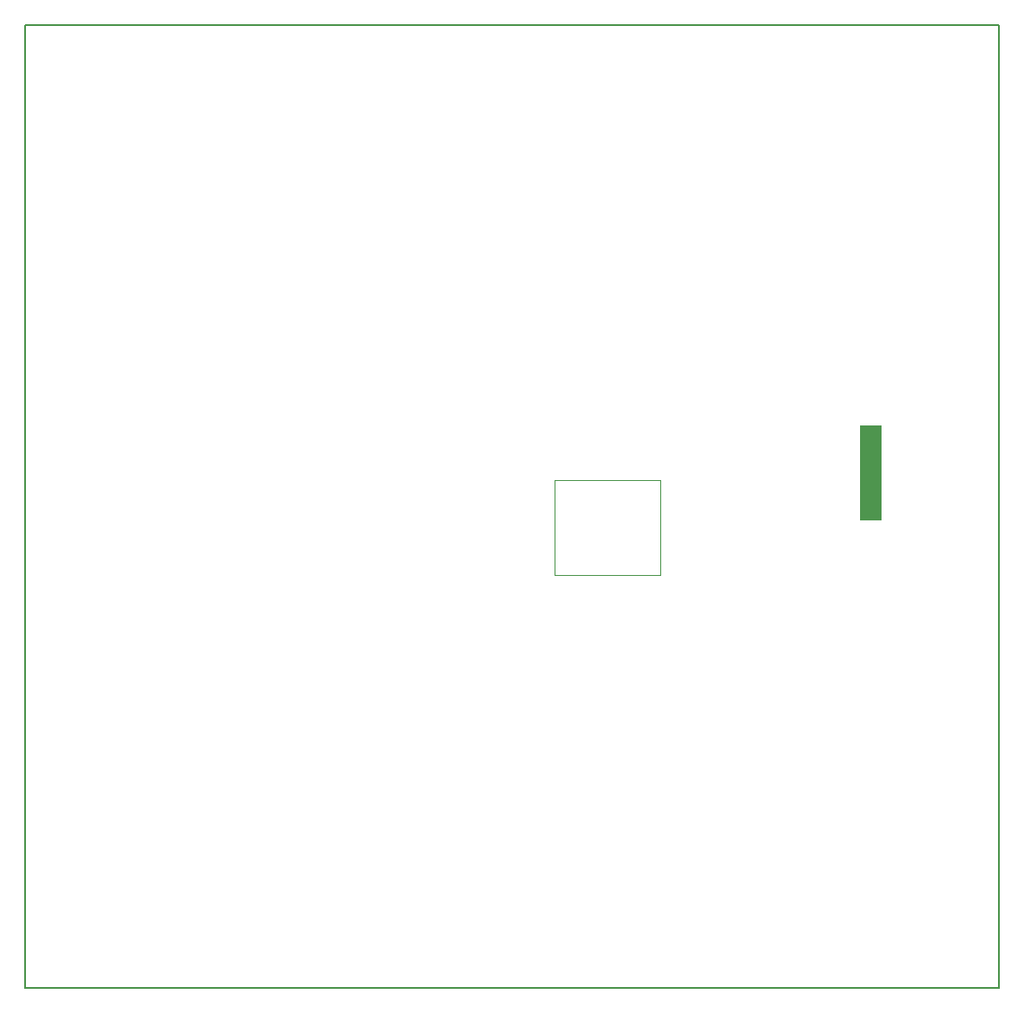
<source format=gko>
G04*
G04 #@! TF.GenerationSoftware,Altium Limited,Altium Designer,18.1.6 (161)*
G04*
G04 Layer_Color=16711935*
%FSTAX24Y24*%
%MOIN*%
G70*
G01*
G75*
%ADD14C,0.0079*%
%ADD19C,0.0039*%
G36*
X059844Y030767D02*
Y034312D01*
X059056D01*
Y030767D01*
X059844D01*
D02*
G37*
D14*
X027992Y013386D02*
X064213D01*
X027992Y049213D02*
X027992Y013386D01*
X064213Y049213D02*
X064213Y013386D01*
X027992Y049213D02*
X064213D01*
D19*
X047677Y02874D02*
Y032283D01*
Y02874D02*
X051614D01*
Y032283D01*
X048071D02*
X051614D01*
X047677D02*
X051614D01*
M02*

</source>
